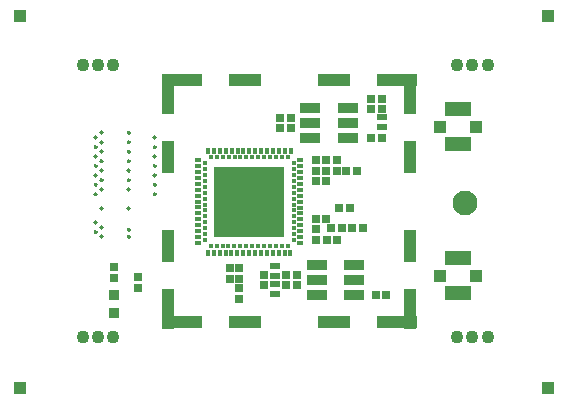
<source format=gts>
G04 (created by PCBNEW (2013-07-07 BZR 4022)-stable) date 24/11/2015 00:30:32*
%MOIN*%
G04 Gerber Fmt 3.4, Leading zero omitted, Abs format*
%FSLAX34Y34*%
G01*
G70*
G90*
G04 APERTURE LIST*
%ADD10C,0.00590551*%
%ADD11C,0.00984252*%
%ADD12C,0.0433071*%
%ADD13R,0.0273X0.0253*%
%ADD14R,0.0253X0.0273*%
%ADD15R,0.0337X0.0218*%
%ADD16R,0.0273X0.0273*%
%ADD17R,0.0433071X0.0433071*%
%ADD18R,0.0905512X0.0452756*%
%ADD19R,0.043137X0.043137*%
%ADD20R,0.232146X0.232146*%
%ADD21R,0.0235X0.0393*%
%ADD22R,0.0155X0.0155*%
%ADD23R,0.0155X0.0215*%
%ADD24R,0.0215X0.0155*%
%ADD25R,0.035337X0.035337*%
%ADD26R,0.133858X0.0433071*%
%ADD27R,0.0433071X0.133858*%
%ADD28R,0.106299X0.0433071*%
%ADD29R,0.0433071X0.106299*%
%ADD30C,0.0826772*%
%ADD31R,0.0688976X0.0338583*%
G04 APERTURE END LIST*
G54D10*
G54D11*
X63098Y-52283D02*
G75*
G03X63098Y-52283I-27J0D01*
G74*
G01*
X64004Y-52283D02*
G75*
G03X64004Y-52283I-27J0D01*
G74*
G01*
X64870Y-49921D02*
G75*
G03X64870Y-49921I-27J0D01*
G74*
G01*
X64870Y-50236D02*
G75*
G03X64870Y-50236I-27J0D01*
G74*
G01*
X64870Y-50551D02*
G75*
G03X64870Y-50551I-27J0D01*
G74*
G01*
X64870Y-50866D02*
G75*
G03X64870Y-50866I-27J0D01*
G74*
G01*
X64870Y-50866D02*
G75*
G03X64870Y-50866I-27J0D01*
G74*
G01*
X64870Y-51181D02*
G75*
G03X64870Y-51181I-27J0D01*
G74*
G01*
X64870Y-51496D02*
G75*
G03X64870Y-51496I-27J0D01*
G74*
G01*
X64870Y-51811D02*
G75*
G03X64870Y-51811I-27J0D01*
G74*
G01*
X64004Y-51653D02*
G75*
G03X64004Y-51653I-27J0D01*
G74*
G01*
X64004Y-51338D02*
G75*
G03X64004Y-51338I-27J0D01*
G74*
G01*
X64004Y-51023D02*
G75*
G03X64004Y-51023I-27J0D01*
G74*
G01*
X64004Y-50708D02*
G75*
G03X64004Y-50708I-27J0D01*
G74*
G01*
X64004Y-50393D02*
G75*
G03X64004Y-50393I-27J0D01*
G74*
G01*
X64004Y-50078D02*
G75*
G03X64004Y-50078I-27J0D01*
G74*
G01*
X64004Y-49763D02*
G75*
G03X64004Y-49763I-27J0D01*
G74*
G01*
X64004Y-53228D02*
G75*
G03X64004Y-53228I-27J0D01*
G74*
G01*
X64004Y-52992D02*
G75*
G03X64004Y-52992I-27J0D01*
G74*
G01*
X63098Y-53228D02*
G75*
G03X63098Y-53228I-27J0D01*
G74*
G01*
X62901Y-53070D02*
G75*
G03X62901Y-53070I-27J0D01*
G74*
G01*
X63098Y-52913D02*
G75*
G03X63098Y-52913I-27J0D01*
G74*
G01*
X62901Y-52755D02*
G75*
G03X62901Y-52755I-27J0D01*
G74*
G01*
X62901Y-51811D02*
G75*
G03X62901Y-51811I-27J0D01*
G74*
G01*
X63098Y-51653D02*
G75*
G03X63098Y-51653I-27J0D01*
G74*
G01*
X62901Y-51496D02*
G75*
G03X62901Y-51496I-27J0D01*
G74*
G01*
X63098Y-51338D02*
G75*
G03X63098Y-51338I-27J0D01*
G74*
G01*
X62901Y-51181D02*
G75*
G03X62901Y-51181I-27J0D01*
G74*
G01*
X63098Y-51023D02*
G75*
G03X63098Y-51023I-27J0D01*
G74*
G01*
X62901Y-50866D02*
G75*
G03X62901Y-50866I-27J0D01*
G74*
G01*
X63098Y-50708D02*
G75*
G03X63098Y-50708I-27J0D01*
G74*
G01*
X62901Y-50551D02*
G75*
G03X62901Y-50551I-27J0D01*
G74*
G01*
X63098Y-50393D02*
G75*
G03X63098Y-50393I-27J0D01*
G74*
G01*
X62901Y-50236D02*
G75*
G03X62901Y-50236I-27J0D01*
G74*
G01*
X63098Y-50078D02*
G75*
G03X63098Y-50078I-27J0D01*
G74*
G01*
X62901Y-49921D02*
G75*
G03X62901Y-49921I-27J0D01*
G74*
G01*
X63098Y-49763D02*
G75*
G03X63098Y-49763I-27J0D01*
G74*
G01*
G54D12*
X62952Y-56574D03*
X63464Y-56574D03*
X62440Y-56574D03*
X63464Y-47519D03*
X62952Y-47519D03*
X62440Y-47519D03*
X74921Y-56574D03*
X75433Y-56574D03*
X75944Y-56574D03*
X75944Y-47519D03*
X75433Y-47519D03*
X74921Y-47519D03*
G54D13*
X64291Y-54948D03*
X64291Y-54578D03*
G54D14*
X70996Y-52283D03*
X71366Y-52283D03*
G54D13*
X67657Y-54933D03*
X67657Y-55303D03*
X67657Y-54263D03*
X67657Y-54633D03*
G54D14*
X71232Y-51043D03*
X71602Y-51043D03*
G54D13*
X70216Y-53334D03*
X70216Y-52964D03*
G54D14*
X71409Y-52952D03*
X71779Y-52952D03*
G54D13*
X70216Y-50661D03*
X70216Y-51031D03*
X63503Y-54594D03*
X63503Y-54224D03*
G54D15*
X68848Y-54209D03*
X68848Y-54549D03*
X68848Y-55140D03*
X68848Y-54800D03*
G54D16*
X70551Y-50669D03*
X70905Y-50669D03*
X70551Y-51043D03*
X70905Y-51043D03*
X70216Y-51377D03*
X70570Y-51377D03*
X69222Y-54517D03*
X69576Y-54517D03*
X72204Y-55177D03*
X72558Y-55177D03*
X69025Y-49281D03*
X69379Y-49281D03*
X68484Y-54852D03*
X68484Y-54498D03*
X69025Y-49616D03*
X69379Y-49616D03*
X70728Y-52952D03*
X71082Y-52952D03*
X70216Y-52637D03*
X70570Y-52637D03*
X67342Y-54271D03*
X67342Y-54625D03*
X72067Y-49940D03*
X72421Y-49940D03*
X69222Y-54832D03*
X69576Y-54832D03*
X70571Y-53326D03*
X70925Y-53326D03*
G54D17*
X75551Y-54527D03*
X74370Y-54527D03*
G54D18*
X74960Y-55108D03*
X74960Y-53946D03*
G54D17*
X75551Y-49566D03*
X74370Y-49566D03*
G54D18*
X74960Y-50147D03*
X74960Y-48986D03*
G54D19*
X60354Y-58267D03*
X60354Y-45866D03*
X77952Y-58267D03*
X77952Y-45866D03*
G54D20*
X67997Y-52054D03*
G54D21*
X68487Y-52974D03*
X68487Y-52606D03*
X68487Y-52242D03*
X68487Y-51871D03*
X68487Y-51506D03*
X68487Y-51139D03*
X68682Y-51139D03*
X68684Y-51506D03*
X68684Y-51871D03*
X68684Y-52242D03*
X68684Y-52606D03*
X68684Y-52974D03*
X68875Y-51139D03*
X68875Y-51506D03*
X68875Y-51871D03*
X68875Y-52242D03*
X68875Y-52606D03*
X68875Y-52974D03*
X67707Y-52974D03*
X67707Y-52606D03*
X67707Y-52242D03*
X67707Y-51871D03*
X67707Y-51506D03*
X67707Y-51139D03*
X67902Y-51139D03*
X67904Y-51506D03*
X67904Y-51871D03*
X67904Y-52242D03*
X67904Y-52606D03*
X67904Y-52974D03*
X68292Y-52974D03*
X68292Y-52606D03*
X68292Y-52242D03*
X68292Y-51871D03*
X68292Y-51506D03*
X68292Y-51139D03*
X68095Y-51139D03*
X68095Y-51506D03*
X68095Y-51871D03*
X68095Y-52242D03*
X68095Y-52606D03*
X68095Y-52974D03*
X67312Y-52974D03*
X67312Y-52606D03*
X67312Y-52242D03*
X67312Y-51871D03*
X67312Y-51506D03*
X67312Y-51139D03*
X67509Y-51139D03*
X67510Y-51506D03*
X67510Y-51871D03*
X67510Y-52242D03*
X67510Y-52606D03*
X67510Y-52974D03*
X67120Y-52974D03*
X67120Y-52606D03*
X67120Y-52242D03*
X67120Y-51871D03*
X67120Y-51506D03*
X67120Y-51139D03*
G54D22*
X69081Y-50580D03*
X69278Y-50580D03*
X68883Y-50580D03*
X68686Y-50580D03*
X68490Y-50580D03*
X68293Y-50580D03*
X68096Y-50580D03*
X67900Y-50580D03*
X67703Y-50580D03*
X67505Y-50580D03*
X67308Y-50580D03*
X67111Y-50580D03*
X66916Y-50580D03*
G54D23*
X69375Y-50356D03*
X69178Y-50356D03*
X68983Y-50356D03*
X68786Y-50356D03*
X68588Y-50356D03*
X68391Y-50356D03*
X68195Y-50356D03*
X67998Y-50356D03*
X67801Y-50356D03*
X67605Y-50356D03*
X67408Y-50356D03*
X67211Y-50356D03*
X67013Y-50356D03*
X66816Y-50356D03*
G54D22*
X66718Y-50580D03*
G54D24*
X69698Y-50679D03*
G54D22*
X69473Y-50779D03*
G54D24*
X69698Y-50878D03*
X69698Y-51074D03*
X69698Y-51271D03*
X69698Y-51468D03*
X69698Y-51664D03*
X69696Y-51861D03*
X69698Y-52058D03*
X69698Y-52254D03*
X69698Y-52453D03*
X69698Y-52648D03*
X69698Y-52846D03*
X69698Y-53043D03*
X69698Y-53238D03*
X69698Y-53426D03*
G54D22*
X69473Y-50976D03*
X69473Y-51171D03*
X69473Y-51369D03*
X69473Y-51566D03*
X69473Y-51763D03*
X69473Y-51959D03*
X69473Y-52158D03*
X69473Y-52353D03*
X69473Y-52549D03*
X69473Y-52748D03*
X69473Y-52944D03*
X69473Y-53338D03*
X69473Y-53141D03*
X69075Y-53531D03*
X69271Y-53531D03*
X68878Y-53531D03*
X68681Y-53531D03*
X68483Y-53531D03*
X68288Y-53531D03*
X68091Y-53531D03*
X67893Y-53531D03*
X67696Y-53531D03*
X67500Y-53531D03*
X67303Y-53531D03*
X67105Y-53531D03*
X66910Y-53531D03*
G54D23*
X69368Y-53756D03*
X69171Y-53756D03*
X68976Y-53756D03*
X68780Y-53756D03*
X68583Y-53756D03*
X68386Y-53756D03*
X68188Y-53756D03*
X67991Y-53756D03*
X67795Y-53755D03*
X67598Y-53756D03*
X67401Y-53756D03*
X67205Y-53756D03*
X67008Y-53756D03*
X66811Y-53756D03*
G54D22*
X66713Y-53531D03*
G54D23*
X66613Y-53756D03*
X66619Y-50356D03*
G54D24*
X66296Y-50678D03*
G54D22*
X66521Y-50777D03*
G54D24*
X66296Y-50875D03*
X66296Y-51072D03*
X66296Y-51269D03*
X66296Y-51466D03*
X66296Y-51663D03*
X66296Y-51859D03*
X66296Y-52056D03*
X66296Y-52253D03*
X66296Y-52450D03*
X66296Y-52647D03*
X66296Y-52844D03*
X66296Y-53041D03*
X66296Y-53236D03*
X66296Y-53433D03*
G54D22*
X66521Y-50974D03*
X66521Y-51170D03*
X66521Y-51367D03*
X66521Y-51564D03*
X66521Y-51761D03*
X66521Y-51958D03*
X66521Y-52155D03*
X66521Y-52352D03*
X66521Y-52548D03*
X66521Y-52745D03*
X66521Y-52942D03*
X66521Y-53336D03*
X66521Y-53139D03*
G54D25*
X63503Y-55787D03*
X63503Y-55157D03*
G54D26*
X72913Y-56082D03*
G54D27*
X73366Y-55629D03*
G54D26*
X65748Y-56082D03*
G54D27*
X65295Y-55629D03*
X73366Y-48464D03*
G54D26*
X72913Y-48011D03*
X65748Y-48011D03*
G54D27*
X65295Y-48464D03*
G54D28*
X70807Y-48011D03*
X67854Y-48011D03*
X67854Y-56082D03*
G54D29*
X65295Y-50570D03*
X65295Y-53523D03*
X73366Y-50570D03*
X73366Y-53523D03*
G54D28*
X70807Y-56082D03*
G54D30*
X75196Y-52106D03*
G54D31*
X70250Y-55175D03*
X70250Y-54175D03*
X71501Y-55175D03*
X71501Y-54175D03*
X71501Y-54675D03*
X70250Y-54675D03*
X70023Y-49948D03*
X70023Y-48948D03*
X71275Y-49948D03*
X71275Y-48948D03*
X71275Y-49448D03*
X70023Y-49448D03*
G54D15*
X72421Y-49239D03*
X72421Y-49579D03*
G54D16*
X72421Y-48641D03*
X72067Y-48641D03*
X72421Y-48956D03*
X72067Y-48956D03*
M02*

</source>
